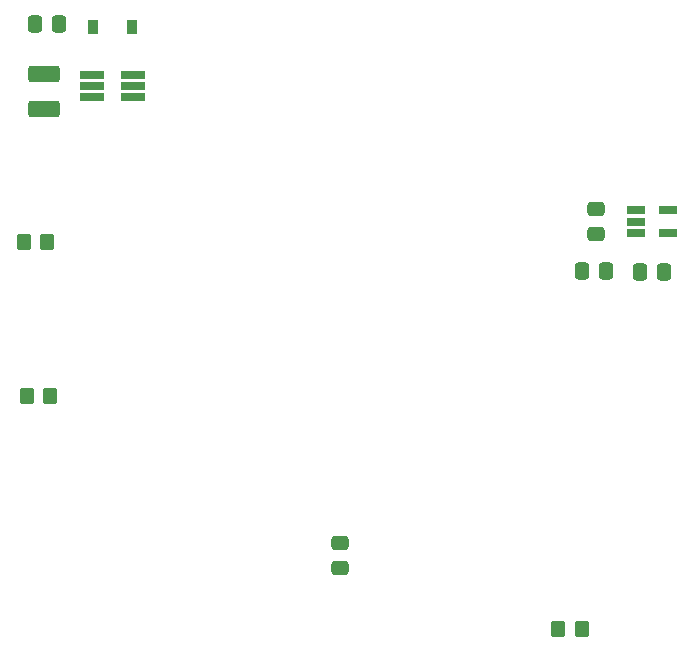
<source format=gbp>
G04 #@! TF.GenerationSoftware,KiCad,Pcbnew,6.0.6-1.fc36*
G04 #@! TF.CreationDate,2022-07-29T11:51:07+02:00*
G04 #@! TF.ProjectId,CosmicWatch-ventidue,436f736d-6963-4576-9174-63682d76656e,rev?*
G04 #@! TF.SameCoordinates,Original*
G04 #@! TF.FileFunction,Paste,Bot*
G04 #@! TF.FilePolarity,Positive*
%FSLAX46Y46*%
G04 Gerber Fmt 4.6, Leading zero omitted, Abs format (unit mm)*
G04 Created by KiCad (PCBNEW 6.0.6-1.fc36) date 2022-07-29 11:51:07*
%MOMM*%
%LPD*%
G01*
G04 APERTURE LIST*
G04 Aperture macros list*
%AMRoundRect*
0 Rectangle with rounded corners*
0 $1 Rounding radius*
0 $2 $3 $4 $5 $6 $7 $8 $9 X,Y pos of 4 corners*
0 Add a 4 corners polygon primitive as box body*
4,1,4,$2,$3,$4,$5,$6,$7,$8,$9,$2,$3,0*
0 Add four circle primitives for the rounded corners*
1,1,$1+$1,$2,$3*
1,1,$1+$1,$4,$5*
1,1,$1+$1,$6,$7*
1,1,$1+$1,$8,$9*
0 Add four rect primitives between the rounded corners*
20,1,$1+$1,$2,$3,$4,$5,0*
20,1,$1+$1,$4,$5,$6,$7,0*
20,1,$1+$1,$6,$7,$8,$9,0*
20,1,$1+$1,$8,$9,$2,$3,0*%
G04 Aperture macros list end*
%ADD10RoundRect,0.250000X-0.475000X0.337500X-0.475000X-0.337500X0.475000X-0.337500X0.475000X0.337500X0*%
%ADD11RoundRect,0.250000X-0.337500X-0.475000X0.337500X-0.475000X0.337500X0.475000X-0.337500X0.475000X0*%
%ADD12RoundRect,0.250000X0.337500X0.475000X-0.337500X0.475000X-0.337500X-0.475000X0.337500X-0.475000X0*%
%ADD13R,1.560000X0.650000*%
%ADD14R,2.000000X0.650000*%
%ADD15RoundRect,0.250000X-0.350000X-0.450000X0.350000X-0.450000X0.350000X0.450000X-0.350000X0.450000X0*%
%ADD16RoundRect,0.250001X1.074999X-0.462499X1.074999X0.462499X-1.074999X0.462499X-1.074999X-0.462499X0*%
%ADD17RoundRect,0.250000X0.475000X-0.337500X0.475000X0.337500X-0.475000X0.337500X-0.475000X-0.337500X0*%
%ADD18R,0.900000X1.200000*%
%ADD19RoundRect,0.250000X0.350000X0.450000X-0.350000X0.450000X-0.350000X-0.450000X0.350000X-0.450000X0*%
G04 APERTURE END LIST*
D10*
X82250000Y-96962500D03*
X82250000Y-99037500D03*
D11*
X102737500Y-73950000D03*
X104812500Y-73950000D03*
D12*
X58537500Y-53000000D03*
X56462500Y-53000000D03*
D13*
X107362500Y-70700000D03*
X107362500Y-69750000D03*
X107362500Y-68800000D03*
X110062500Y-68800000D03*
X110062500Y-70700000D03*
D14*
X64750000Y-57300000D03*
X64750000Y-58250000D03*
X64750000Y-59200000D03*
X61330000Y-59200000D03*
X61330000Y-58250000D03*
X61330000Y-57300000D03*
D15*
X55500000Y-71500000D03*
X57500000Y-71500000D03*
D16*
X57250000Y-60237500D03*
X57250000Y-57262500D03*
D15*
X55750000Y-84500000D03*
X57750000Y-84500000D03*
D12*
X109750000Y-74000000D03*
X107675000Y-74000000D03*
D17*
X103962500Y-70787500D03*
X103962500Y-68712500D03*
D18*
X64650000Y-53250000D03*
X61350000Y-53250000D03*
D19*
X102750000Y-104250000D03*
X100750000Y-104250000D03*
M02*

</source>
